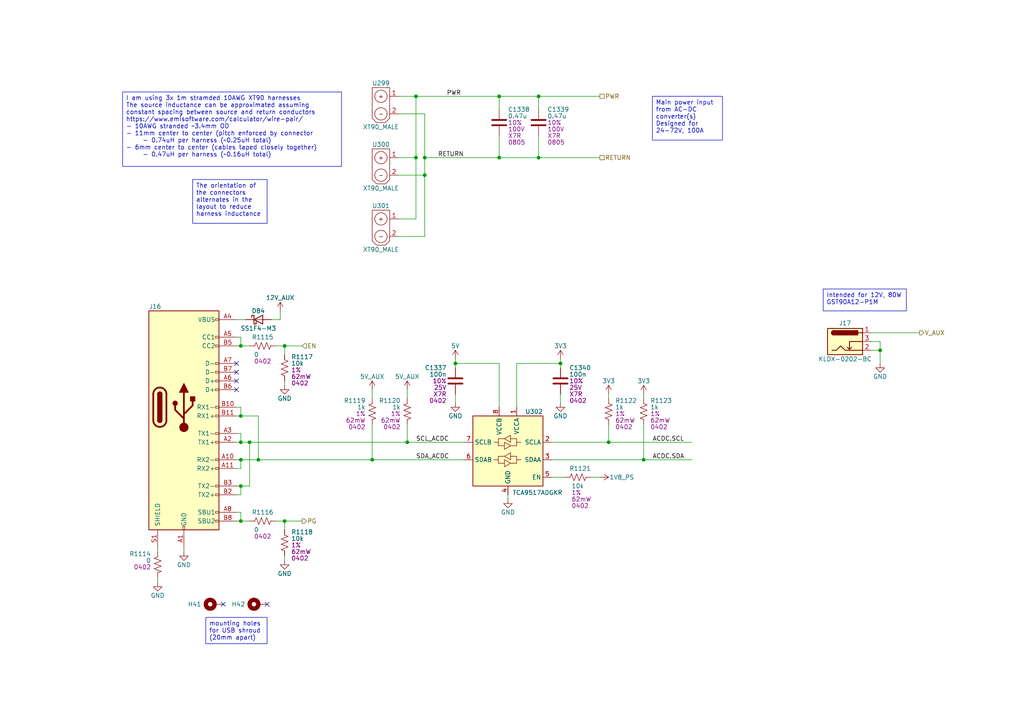
<source format=kicad_sch>
(kicad_sch (version 20250114) (generator "eeschema") (generator_version "9.0")
  (paper "A4")
  (lib_symbols
    (symbol "geml_symbol_lib:MountingHole_Pad" (pin_numbers (hide yes)) (pin_names (offset 1.016) (hide yes))
      (property "Reference" "H" (at 0 6.35 0))
      (property "Value" "MountingHole_Pad" (at 0 4.445 0))
      (symbol "MountingHole_Pad_0_1"
        (circle (center 0 1.27) (radius 1.27) (stroke (width 1.27)))
      )
      (symbol "MountingHole_Pad_1_1"
        (pin input line (at 0 -2.54 90) (length 2.54) (name "1") (number "1"))
      )
    )
    (symbol "peml:+12V" (power) (pin_names (offset 0))
      (property "Value" "+12V" (at 0 3.556 0))
      (symbol "+12V_0_1"
        (polyline (pts (xy -0.762 1.27) (xy 0 2.54)))
        (polyline (pts (xy 0 2.54) (xy 0.762 1.27)))
        (polyline (pts (xy 0 0) (xy 0 2.54)))
      )
      (symbol "+12V_1_1"
        (pin power_in line (at 0 0 90) (length 0) (hide yes) (name "+12V") (number "1"))
      )
    )
    (symbol "peml:CONN_USBC_12401951E412A" (pin_names (offset 1.016))
      (property "Reference" "J" (at -10.16 29.21 0))
      (symbol "CONN_USBC_12401951E412A_0_0"
        (rectangle (start -0.254 -35.56) (end 0.254 -34.544))
        (rectangle (start 10.16 25.654) (end 9.144 25.146))
        (rectangle (start 10.16 20.574) (end 9.144 20.066))
        (rectangle (start 10.16 18.034) (end 9.144 17.526))
        (rectangle (start 10.16 12.954) (end 9.144 12.446))
        (rectangle (start 10.16 10.414) (end 9.144 9.906))
        (rectangle (start 10.16 7.874) (end 9.144 7.366))
        (rectangle (start 10.16 5.334) (end 9.144 4.826))
        (rectangle (start 10.16 0.254) (end 9.144 -0.254))
        (rectangle (start 10.16 -2.286) (end 9.144 -2.794))
        (rectangle (start 10.16 -7.366) (end 9.144 -7.874))
        (rectangle (start 10.16 -9.906) (end 9.144 -10.414))
        (rectangle (start 10.16 -14.986) (end 9.144 -15.494))
        (rectangle (start 10.16 -17.526) (end 9.144 -18.034))
        (rectangle (start 10.16 -22.606) (end 9.144 -23.114))
        (rectangle (start 10.16 -25.146) (end 9.144 -25.654))
        (rectangle (start 10.16 -30.226) (end 9.144 -30.734))
        (rectangle (start 10.16 -32.766) (end 9.144 -33.274))
      )
      (symbol "CONN_USBC_12401951E412A_0_1"
        (rectangle (start -10.16 27.94) (end 10.16 -35.56) (stroke (width 0.254)) (fill (type background)))
        (polyline (pts (xy -8.89 -3.81) (xy -8.89 3.81)) (stroke (width 0.508)))
        (rectangle (start -7.62 -3.81) (end -6.35 3.81) (stroke (width 0.254)) (fill (type outline)))
        (arc (start -7.62 3.81) (mid -6.985 4.4423) (end -6.35 3.81) (stroke (width 0.254)))
        (arc (start -7.62 3.81) (mid -6.985 4.4423) (end -6.35 3.81) (stroke (width 0.254)) (fill (type outline)))
        (arc (start -8.89 3.81) (mid -6.985 5.7067) (end -5.08 3.81) (stroke (width 0.508)))
        (arc (start -5.08 -3.81) (mid -6.985 -5.7067) (end -8.89 -3.81) (stroke (width 0.508)))
        (arc (start -6.35 -3.81) (mid -6.985 -4.4423) (end -7.62 -3.81) (stroke (width 0.254)))
        (arc (start -6.35 -3.81) (mid -6.985 -4.4423) (end -7.62 -3.81) (stroke (width 0.254)) (fill (type outline)))
        (polyline (pts (xy -5.08 3.81) (xy -5.08 -3.81)) (stroke (width 0.508)))
      )
      (symbol "CONN_USBC_12401951E412A_1_1"
        (circle (center -2.54 1.143) (radius 0.635) (stroke (width 0.254)) (fill (type outline)))
        (polyline (pts (xy -1.27 4.318) (xy 0 6.858) (xy 1.27 4.318) (xy -1.27 4.318)) (stroke (width 0.254)) (fill (type outline)))
        (polyline (pts (xy 0 -2.032) (xy 2.54 0.508) (xy 2.54 1.778)) (stroke (width 0.508)))
        (polyline (pts (xy 0 -3.302) (xy -2.54 -0.762) (xy -2.54 0.508)) (stroke (width 0.508)))
        (polyline (pts (xy 0 -5.842) (xy 0 4.318)) (stroke (width 0.508)))
        (circle (center 0 -5.842) (radius 1.27) (fill (type outline)))
        (rectangle (start 1.905 1.778) (end 3.175 3.048) (stroke (width 0.254)) (fill (type outline)))
        (pin passive line (at -7.62 -40.64 90) (length 5.08) (name "SHIELD") (number "S1"))
        (pin passive line (at 0 -40.64 90) (length 5.08) (name "GND") (number "A1"))
        (pin passive line (at 0 -40.64 90) (length 5.08) (hide yes) (name "GND") (number "A12"))
        (pin passive line (at 0 -40.64 90) (length 5.08) (hide yes) (name "GND") (number "B1"))
        (pin passive line (at 0 -40.64 90) (length 5.08) (hide yes) (name "GND") (number "B12"))
        (pin passive line (at 15.24 25.4 180) (length 5.08) (name "VBUS") (number "A4"))
        (pin passive line (at 15.24 25.4 180) (length 5.08) (hide yes) (name "VBUS") (number "A9"))
        (pin passive line (at 15.24 25.4 180) (length 5.08) (hide yes) (name "VBUS") (number "B4"))
        (pin passive line (at 15.24 25.4 180) (length 5.08) (hide yes) (name "VBUS") (number "B9"))
        (pin bidirectional line (at 15.24 20.32 180) (length 5.08) (name "CC1") (number "A5"))
        (pin bidirectional line (at 15.24 17.78 180) (length 5.08) (name "CC2") (number "B5"))
        (pin bidirectional line (at 15.24 12.7 180) (length 5.08) (name "D-") (number "A7"))
        (pin bidirectional line (at 15.24 10.16 180) (length 5.08) (name "D-") (number "B7"))
        (pin bidirectional line (at 15.24 7.62 180) (length 5.08) (name "D+") (number "A6"))
        (pin bidirectional line (at 15.24 5.08 180) (length 5.08) (name "D+") (number "B6"))
        (pin bidirectional line (at 15.24 0 180) (length 5.08) (name "RX1-") (number "B10"))
        (pin bidirectional line (at 15.24 -2.54 180) (length 5.08) (name "RX1+") (number "B11"))
        (pin bidirectional line (at 15.24 -7.62 180) (length 5.08) (name "TX1-") (number "A3"))
        (pin bidirectional line (at 15.24 -10.16 180) (length 5.08) (name "TX1+") (number "A2"))
        (pin bidirectional line (at 15.24 -15.24 180) (length 5.08) (name "RX2-") (number "A10"))
        (pin bidirectional line (at 15.24 -17.78 180) (length 5.08) (name "RX2+") (number "A11"))
        (pin bidirectional line (at 15.24 -22.86 180) (length 5.08) (name "TX2-") (number "B3"))
        (pin bidirectional line (at 15.24 -25.4 180) (length 5.08) (name "TX2+") (number "B2"))
        (pin bidirectional line (at 15.24 -30.48 180) (length 5.08) (name "SBU1") (number "A8"))
        (pin bidirectional line (at 15.24 -33.02 180) (length 5.08) (name "SBU2") (number "B8"))
      )
    )
    (symbol "peml:CONN_XT90_MALE"
      (property "Reference" "U" (at 0 6.35 0))
      (property "Value" "XT90_MALE" (at 0 -6.35 0))
      (symbol "CONN_XT90_MALE_0_1"
        (polyline (pts (xy -2.54 5.08) (xy -2.54 -3.81) (xy -1.27 -5.08) (xy 1.27 -5.08) (xy 2.54 -3.81) (xy 2.54 5.08) (xy -2.54 5.08)))
        (circle (center 0 2.54) (radius 1.7961))
        (circle (center 0 -2.54) (radius 1.7961))
      )
      (symbol "CONN_XT90_MALE_1_1"
        (text "+" (at 0 2.54 0) (effects (font (size 1.27 1.27))))
        (text "-" (at 0 -2.54 0) (effects (font (size 1.27 1.27))))
        (pin passive line (at -5.08 2.54 0) (length 2.54) (name "~") (number "1"))
        (pin passive line (at -5.08 -2.54 0) (length 2.54) (name "~") (number "2"))
      )
    )
    (symbol "peml:GND" (power) (pin_names (offset 0))
      (property "Value" "GND" (at 0 -3.81 0))
      (symbol "GND_0_1"
        (polyline (pts (xy 0 0) (xy 0 -1.27) (xy 1.27 -1.27) (xy 0 -2.54) (xy -1.27 -1.27) (xy 0 -1.27)))
      )
      (symbol "GND_1_1"
        (pin power_in line (at 0 0 270) (length 0) (hide yes) (name "GND") (number "1"))
      )
    )
    (symbol "peml:KLDX-0202-BC" (pin_names (hide yes))
      (property "Reference" "J" (at 0 5.334 0))
      (property "Value" "KLDX-0202-BC" (at 0 -5.08 0))
      (symbol "KLDX-0202-BC_0_1"
        (rectangle (start -5.08 3.81) (end 5.08 -3.81) (stroke (width 0.254)) (fill (type background)))
        (polyline (pts (xy -3.81 -2.54) (xy -2.54 -2.54) (xy -1.27 -1.27) (xy 0 -2.54) (xy 2.54 -2.54) (xy 5.08 -2.54)) (stroke (width 0.254)))
        (arc (start -3.302 1.905) (mid -3.9343 2.54) (end -3.302 3.175) (stroke (width 0.254)))
        (arc (start -3.302 1.905) (mid -3.9343 2.54) (end -3.302 3.175) (stroke (width 0.254)) (fill (type outline)))
        (polyline (pts (xy 1.27 -2.286) (xy 1.905 -1.651)) (stroke (width 0.254)))
        (rectangle (start 3.683 3.175) (end -3.302 1.905) (stroke (width 0.254)) (fill (type outline)))
        (polyline (pts (xy 5.08 2.54) (xy 3.81 2.54)) (stroke (width 0.254)))
        (polyline (pts (xy 5.08 0) (xy 1.27 0) (xy 1.27 -2.286) (xy 0.635 -1.651)) (stroke (width 0.254)))
      )
      (symbol "KLDX-0202-BC_1_1"
        (pin passive line (at 7.62 2.54 180) (length 2.54) (name "~") (number "1"))
        (pin passive line (at 7.62 0 180) (length 2.54) (name "~") (number "3"))
        (pin passive line (at 7.62 -2.54 180) (length 2.54) (name "~") (number "2"))
      )
    )
    (symbol "peml:SS1F4-M3" (pin_numbers (hide yes)) (pin_names (offset 1.016) (hide yes))
      (property "Reference" "D" (at 0 2.54 0))
      (property "Value" "SS1F4-M3" (at 0 -2.54 0))
      (symbol "SS1F4-M3_0_1"
        (polyline (pts (xy -1.905 0.635) (xy -1.905 1.27) (xy -1.27 1.27) (xy -1.27 -1.27) (xy -0.635 -1.27) (xy -0.635 -0.635)) (stroke (width 0.254)))
        (polyline (pts (xy 1.27 1.27) (xy 1.27 -1.27) (xy -1.27 0) (xy 1.27 1.27)) (stroke (width 0.254)))
        (polyline (pts (xy 1.27 0) (xy -1.27 0)))
      )
      (symbol "SS1F4-M3_1_1"
        (pin passive line (at -3.81 0 0) (length 2.54) (name "K") (number "1"))
        (pin passive line (at 3.81 0 180) (length 2.54) (name "A") (number "2"))
      )
    )
    (symbol "peml:TCA9517ADGKR"
      (property "Reference" "U" (at -10.16 11.43 0))
      (property "Value" "TCA9517ADGKR" (at 1.27 -11.43 0))
      (symbol "TCA9517ADGKR_1_1"
        (rectangle (start -10.16 10.16) (end 10.16 -10.16) (stroke (width 0.254)) (fill (type background)))
        (polyline (pts (xy -2.54 2.54) (xy -2.54 3.556) (xy -0.762 3.556)))
        (polyline (pts (xy -2.54 -2.54) (xy -2.54 -1.524) (xy -0.762 -1.524)))
        (polyline (pts (xy -0.762 2.54) (xy -0.762 4.572) (xy 1.016 3.556) (xy -0.762 2.54)))
        (polyline (pts (xy -0.762 1.524) (xy -2.54 1.524) (xy -2.54 2.54) (xy -3.81 2.54)))
        (polyline (pts (xy -0.762 -2.54) (xy -0.762 -0.508) (xy 1.016 -1.524) (xy -0.762 -2.54)))
        (polyline (pts (xy -0.762 -3.556) (xy -2.54 -3.556) (xy -2.54 -2.54) (xy -3.81 -2.54)))
        (polyline (pts (xy 1.016 3.556) (xy 2.794 3.556) (xy 2.794 2.54) (xy 4.064 2.54)))
        (polyline (pts (xy 1.016 2.54) (xy 1.016 0.762) (xy 1.016 0.508) (xy -0.762 1.524) (xy 1.016 2.54)))
        (polyline (pts (xy 1.016 -1.524) (xy 2.794 -1.524) (xy 2.794 -2.54) (xy 4.064 -2.54)))
        (polyline (pts (xy 1.016 -2.54) (xy 1.016 -4.318) (xy 1.016 -4.572) (xy -0.762 -3.556) (xy 1.016 -2.54)))
        (polyline (pts (xy 2.794 2.54) (xy 2.794 1.524) (xy 1.016 1.524)))
        (polyline (pts (xy 2.794 -2.54) (xy 2.794 -3.556) (xy 1.016 -3.556)))
        (pin bidirectional line (at -12.7 2.54 0) (length 2.54) (name "SCLA") (number "2"))
        (pin bidirectional line (at -12.7 -2.54 0) (length 2.54) (name "SDAA") (number "3"))
        (pin passive line (at -12.7 -7.62 0) (length 2.54) (name "EN") (number "5"))
        (pin power_in line (at -2.54 12.7 270) (length 2.54) (name "VCCA") (number "1"))
        (pin power_in line (at 0 -12.7 90) (length 2.54) (name "GND") (number "4"))
        (pin power_in line (at 2.54 12.7 270) (length 2.54) (name "VCCB") (number "8"))
        (pin bidirectional line (at 12.7 2.54 180) (length 2.54) (name "SCLB") (number "7"))
        (pin bidirectional line (at 12.7 -2.54 180) (length 2.54) (name "SDAB") (number "6"))
      )
    )
    (symbol "peml_passives:CRCW04020000Z0EE" (pin_numbers (hide yes)) (pin_names (offset 0))
      (property "Reference" "R" (at 1.905 3.175 0))
      (property "Value" "0" (at 1.905 1.27 0))
      (property "Package" "0402" (at 1.905 -0.635 0))
      (symbol "CRCW04020000Z0EE_0_1"
        (polyline (pts (xy 0 2.286) (xy 0 2.54)))
        (polyline (pts (xy 0 2.286) (xy 1.016 1.905) (xy 0 1.524) (xy -1.016 1.143) (xy 0 0.762)))
        (polyline (pts (xy 0 0.762) (xy 1.016 0.381) (xy 0 0) (xy -1.016 -0.381) (xy 0 -0.762)))
        (polyline (pts (xy 0 -0.762) (xy 1.016 -1.143) (xy 0 -1.524) (xy -1.016 -1.905) (xy 0 -2.286)))
        (polyline (pts (xy 0 -2.286) (xy 0 -2.54)))
      )
      (symbol "CRCW04020000Z0EE_1_1"
        (pin passive line (at 0 3.81 270) (length 1.27) (name "~") (number "1"))
        (pin passive line (at 0 -3.81 90) (length 1.27) (name "~") (number "2"))
      )
    )
    (symbol "peml_passives:CRCW040210K0FKED" (pin_numbers (hide yes)) (pin_names (offset 0))
      (property "Reference" "R" (at 1.905 3.175 0))
      (property "Value" "10k" (at 1.905 1.27 0))
      (property "Tolerance" "1%" (at 1.905 -0.635 0))
      (property "Power" "62mW" (at 1.905 -2.54 0))
      (property "Package" "0402" (at 1.905 -4.445 0))
      (symbol "CRCW040210K0FKED_0_1"
        (polyline (pts (xy 0 2.286) (xy 0 2.54)))
        (polyline (pts (xy 0 2.286) (xy 1.016 1.905) (xy 0 1.524) (xy -1.016 1.143) (xy 0 0.762)))
        (polyline (pts (xy 0 0.762) (xy 1.016 0.381) (xy 0 0) (xy -1.016 -0.381) (xy 0 -0.762)))
        (polyline (pts (xy 0 -0.762) (xy 1.016 -1.143) (xy 0 -1.524) (xy -1.016 -1.905) (xy 0 -2.286)))
        (polyline (pts (xy 0 -2.286) (xy 0 -2.54)))
      )
      (symbol "CRCW040210K0FKED_1_1"
        (pin passive line (at 0 3.81 270) (length 1.27) (name "~") (number "1"))
        (pin passive line (at 0 -3.81 90) (length 1.27) (name "~") (number "2"))
      )
    )
    (symbol "peml_passives:CRCW04021K00FKED" (pin_numbers (hide yes)) (pin_names (offset 0))
      (property "Reference" "R" (at 1.905 3.175 0))
      (property "Value" "1k" (at 1.905 1.27 0))
      (property "Tolerance" "1%" (at 1.905 -0.635 0))
      (property "Power" "62mW" (at 1.905 -2.54 0))
      (property "Package" "0402" (at 1.905 -4.445 0))
      (symbol "CRCW04021K00FKED_0_1"
        (polyline (pts (xy 0 2.286) (xy 0 2.54)))
        (polyline (pts (xy 0 2.286) (xy 1.016 1.905) (xy 0 1.524) (xy -1.016 1.143) (xy 0 0.762)))
        (polyline (pts (xy 0 0.762) (xy 1.016 0.381) (xy 0 0) (xy -1.016 -0.381) (xy 0 -0.762)))
        (polyline (pts (xy 0 -0.762) (xy 1.016 -1.143) (xy 0 -1.524) (xy -1.016 -1.905) (xy 0 -2.286)))
        (polyline (pts (xy 0 -2.286) (xy 0 -2.54)))
      )
      (symbol "CRCW04021K00FKED_1_1"
        (pin passive line (at 0 3.81 270) (length 1.27) (name "~") (number "1"))
        (pin passive line (at 0 -3.81 90) (length 1.27) (name "~") (number "2"))
      )
    )
    (symbol "peml_passives:GRM155R71E104KE14J" (pin_numbers (hide yes)) (pin_names (offset 0.254))
      (property "Reference" "C" (at 2.54 3.81 0))
      (property "Value" "100n" (at 2.54 1.905 0))
      (property "Tolerance" "10%" (at 2.54 0 0))
      (property "Voltage" "25V" (at 2.54 -1.905 0))
      (property "Dielectric" "X7R" (at 2.54 -3.81 0))
      (property "Package" "0402" (at 5.08 -5.715 0))
      (symbol "GRM155R71E104KE14J_0_1"
        (polyline (pts (xy -2.032 0.762) (xy 2.032 0.762)) (stroke (width 0.508)))
        (polyline (pts (xy -2.032 -0.762) (xy 2.032 -0.762)) (stroke (width 0.508)))
      )
      (symbol "GRM155R71E104KE14J_1_1"
        (pin passive line (at 0 3.81 270) (length 2.794) (name "~") (number "1"))
        (pin passive line (at 0 -3.81 90) (length 2.794) (name "~") (number "2"))
      )
    )
    (symbol "peml_passives:GRM21BR72A474KA73L" (pin_numbers (hide yes)) (pin_names (offset 0.254))
      (property "Reference" "C" (at 2.54 3.81 0))
      (property "Value" "0.47u" (at 2.54 1.905 0))
      (property "Tolerance" "10%" (at 2.54 0 0))
      (property "Voltage" "100V" (at 2.54 -1.905 0))
      (property "Dielectric" "X7R" (at 2.54 -3.81 0))
      (property "Package" "0805" (at 5.08 -5.715 0))
      (symbol "GRM21BR72A474KA73L_0_1"
        (polyline (pts (xy -2.032 0.762) (xy 2.032 0.762)) (stroke (width 0.508)))
        (polyline (pts (xy -2.032 -0.762) (xy 2.032 -0.762)) (stroke (width 0.508)))
      )
      (symbol "GRM21BR72A474KA73L_1_1"
        (pin passive line (at 0 3.81 270) (length 2.794) (name "~") (number "1"))
        (pin passive line (at 0 -3.81 90) (length 2.794) (name "~") (number "2"))
      )
    )
  )
  (text_box "The orientation of the connectors alternates in the layout to reduce harness inductance" (at 55.88 52.07 0) (size 21.59 12.7) (margins 0.9525 0.9525 0.9525 0.9525) (effects (font (size 1.27 1.27)) (justify left top)))
  (text_box "I am using 3x 1m stramded 10AWG XT90 harnesses\nThe source inductance can be approximated assuming constant spacing between source and return conductors\nhttps://www.emisoftware.com/calculator/wire-pair/\n- 10AWG stranded ~3.4mm OD\n- 11mm center to center (pitch enforced by connector\n	- 0.74uH per harness (~0.25uH total)\n- 6mm center to center (cables taped closely together)\n	- 0.47uH per harness (~0.16uH total)\n" (at 35.56 26.67 0) (size 63.5 21.59) (margins 0.9525 0.9525 0.9525 0.9525) (effects (font (size 1.27 1.27)) (justify left top)))
  (text_box "Main power input from AC-DC converter(s)\nDesigned for 24-72V, 100A" (at 189.23 27.94 0) (size 20.32 12.7) (margins 0.9525 0.9525 0.9525 0.9525) (effects (font (size 1.27 1.27)) (justify left top)))
  (text_box "Intended for 12V, 80W GST90A12-P1M" (at 238.76 83.82 0) (size 24.13 6.35) (margins 0.9525 0.9525 0.9525 0.9525) (effects (font (size 1.27 1.27)) (justify left top)))
  (text_box "mounting holes for USB shroud (20mm apart)" (at 59.69 179.07 0) (size 17.78 7.62) (margins 0.9525 0.9525 0.9525 0.9525) (effects (font (size 1.27 1.27)) (justify left top)))
  (junction (at 255.27 101.6))
  (junction (at 176.53 128.27))
  (junction (at 69.85 140.97))
  (junction (at 132.08 105.41))
  (junction (at 156.21 45.72))
  (junction (at 123.19 45.72))
  (junction (at 69.85 120.65))
  (junction (at 156.21 27.94))
  (junction (at 144.78 27.94))
  (junction (at 162.56 105.41))
  (junction (at 69.85 100.33))
  (junction (at 72.39 128.27))
  (junction (at 120.65 27.94))
  (junction (at 144.78 45.72))
  (junction (at 69.85 128.27))
  (junction (at 74.93 133.35))
  (junction (at 82.55 100.33))
  (junction (at 123.19 50.8))
  (junction (at 69.85 151.13))
  (junction (at 82.55 151.13))
  (junction (at 118.11 128.27))
  (junction (at 186.69 133.35))
  (junction (at 69.85 133.35))
  (junction (at 120.65 45.72))
  (junction (at 107.95 133.35))
  (no_connect (at 68.58 113.03))
  (no_connect (at 68.58 107.95))
  (no_connect (at 77.47 175.26))
  (no_connect (at 68.58 110.49))
  (no_connect (at 68.58 105.41))
  (no_connect (at 64.77 175.26))
  (wire (pts (xy 118.11 128.27) (xy 72.39 128.27)))
  (wire (pts (xy 123.19 45.72) (xy 144.78 45.72)))
  (wire (pts (xy 144.78 27.94) (xy 144.78 31.75)))
  (wire (pts (xy 156.21 39.37) (xy 156.21 45.72)))
  (wire (pts (xy 80.01 100.33) (xy 82.55 100.33)))
  (wire (pts (xy 144.78 105.41) (xy 144.78 118.11)))
  (wire (pts (xy 68.58 92.71) (xy 71.12 92.71)))
  (wire (pts (xy 132.08 106.68) (xy 132.08 105.41)))
  (wire (pts (xy 68.58 100.33) (xy 69.85 100.33)))
  (wire (pts (xy 132.08 104.14) (xy 132.08 105.41)))
  (wire (pts (xy 115.57 45.72) (xy 120.65 45.72)))
  (wire (pts (xy 120.65 45.72) (xy 120.65 63.5)))
  (wire (pts (xy 171.45 138.43) (xy 173.99 138.43)))
  (wire (pts (xy 82.55 151.13) (xy 82.55 153.67)))
  (wire (pts (xy 82.55 100.33) (xy 82.55 102.87)))
  (wire (pts (xy 115.57 68.58) (xy 123.19 68.58)))
  (wire (pts (xy 255.27 101.6) (xy 255.27 105.41)))
  (wire (pts (xy 69.85 125.73) (xy 69.85 128.27)))
  (wire (pts (xy 68.58 120.65) (xy 69.85 120.65)))
  (wire (pts (xy 68.58 133.35) (xy 69.85 133.35)))
  (wire (pts (xy 176.53 123.19) (xy 176.53 128.27)))
  (wire (pts (xy 69.85 97.79) (xy 69.85 100.33)))
  (wire (pts (xy 144.78 27.94) (xy 156.21 27.94)))
  (wire (pts (xy 176.53 128.27) (xy 200.66 128.27)))
  (wire (pts (xy 186.69 123.19) (xy 186.69 133.35)))
  (wire (pts (xy 120.65 27.94) (xy 144.78 27.94)))
  (wire (pts (xy 132.08 105.41) (xy 144.78 105.41)))
  (wire (pts (xy 123.19 50.8) (xy 123.19 68.58)))
  (wire (pts (xy 186.69 133.35) (xy 200.66 133.35)))
  (wire (pts (xy 120.65 27.94) (xy 120.65 45.72)))
  (wire (pts (xy 68.58 140.97) (xy 69.85 140.97)))
  (wire (pts (xy 118.11 113.03) (xy 118.11 115.57)))
  (wire (pts (xy 144.78 39.37) (xy 144.78 45.72)))
  (wire (pts (xy 72.39 128.27) (xy 72.39 140.97)))
  (wire (pts (xy 68.58 151.13) (xy 69.85 151.13)))
  (wire (pts (xy 68.58 148.59) (xy 69.85 148.59)))
  (wire (pts (xy 149.86 105.41) (xy 149.86 118.11)))
  (wire (pts (xy 156.21 45.72) (xy 173.99 45.72)))
  (wire (pts (xy 107.95 133.35) (xy 134.62 133.35)))
  (wire (pts (xy 69.85 140.97) (xy 72.39 140.97)))
  (wire (pts (xy 68.58 125.73) (xy 69.85 125.73)))
  (wire (pts (xy 78.74 92.71) (xy 81.28 92.71)))
  (wire (pts (xy 156.21 27.94) (xy 156.21 31.75)))
  (wire (pts (xy 80.01 151.13) (xy 82.55 151.13)))
  (wire (pts (xy 118.11 128.27) (xy 134.62 128.27)))
  (wire (pts (xy 160.02 128.27) (xy 176.53 128.27)))
  (wire (pts (xy 162.56 105.41) (xy 149.86 105.41)))
  (wire (pts (xy 69.85 133.35) (xy 69.85 135.89)))
  (wire (pts (xy 69.85 148.59) (xy 69.85 151.13)))
  (wire (pts (xy 82.55 151.13) (xy 87.63 151.13)))
  (wire (pts (xy 123.19 45.72) (xy 123.19 50.8)))
  (wire (pts (xy 132.08 114.3) (xy 132.08 116.84)))
  (wire (pts (xy 81.28 92.71) (xy 81.28 90.17)))
  (wire (pts (xy 252.73 101.6) (xy 255.27 101.6)))
  (wire (pts (xy 144.78 45.72) (xy 156.21 45.72)))
  (wire (pts (xy 69.85 135.89) (xy 68.58 135.89)))
  (wire (pts (xy 45.72 167.64) (xy 45.72 168.91)))
  (wire (pts (xy 68.58 143.51) (xy 69.85 143.51)))
  (wire (pts (xy 115.57 50.8) (xy 123.19 50.8)))
  (wire (pts (xy 123.19 33.02) (xy 123.19 45.72)))
  (wire (pts (xy 162.56 114.3) (xy 162.56 116.84)))
  (wire (pts (xy 74.93 133.35) (xy 107.95 133.35)))
  (wire (pts (xy 45.72 158.75) (xy 45.72 160.02)))
  (wire (pts (xy 252.73 96.52) (xy 266.7 96.52)))
  (wire (pts (xy 107.95 123.19) (xy 107.95 133.35)))
  (wire (pts (xy 162.56 104.14) (xy 162.56 105.41)))
  (wire (pts (xy 147.32 143.51) (xy 147.32 144.78)))
  (wire (pts (xy 68.58 128.27) (xy 69.85 128.27)))
  (wire (pts (xy 69.85 151.13) (xy 72.39 151.13)))
  (wire (pts (xy 162.56 106.68) (xy 162.56 105.41)))
  (wire (pts (xy 115.57 63.5) (xy 120.65 63.5)))
  (wire (pts (xy 82.55 110.49) (xy 82.55 111.76)))
  (wire (pts (xy 118.11 123.19) (xy 118.11 128.27)))
  (wire (pts (xy 53.34 158.75) (xy 53.34 160.02)))
  (wire (pts (xy 160.02 138.43) (xy 163.83 138.43)))
  (wire (pts (xy 69.85 100.33) (xy 72.39 100.33)))
  (wire (pts (xy 115.57 27.94) (xy 120.65 27.94)))
  (wire (pts (xy 68.58 97.79) (xy 69.85 97.79)))
  (wire (pts (xy 69.85 120.65) (xy 74.93 120.65)))
  (wire (pts (xy 252.73 99.06) (xy 255.27 99.06)))
  (wire (pts (xy 69.85 128.27) (xy 72.39 128.27)))
  (wire (pts (xy 74.93 133.35) (xy 69.85 133.35)))
  (wire (pts (xy 160.02 133.35) (xy 186.69 133.35)))
  (wire (pts (xy 82.55 161.29) (xy 82.55 162.56)))
  (wire (pts (xy 74.93 120.65) (xy 74.93 133.35)))
  (wire (pts (xy 156.21 27.94) (xy 173.99 27.94)))
  (wire (pts (xy 69.85 120.65) (xy 69.85 118.11)))
  (wire (pts (xy 176.53 114.3) (xy 176.53 115.57)))
  (wire (pts (xy 69.85 140.97) (xy 69.85 143.51)))
  (wire (pts (xy 186.69 114.3) (xy 186.69 115.57)))
  (wire (pts (xy 255.27 99.06) (xy 255.27 101.6)))
  (wire (pts (xy 68.58 118.11) (xy 69.85 118.11)))
  (wire (pts (xy 107.95 113.03) (xy 107.95 115.57)))
  (wire (pts (xy 115.57 33.02) (xy 123.19 33.02)))
  (wire (pts (xy 82.55 100.33) (xy 87.63 100.33)))
  (label "SDA_ACDC" (at 120.65 133.35 0) (property "Netclass" "TTL" (effects (hide yes))))
  (label "PWR" (at 129.54 27.94 0) (property "Netclass" "POWER_100A" (effects (hide yes))))
  (label "ACDC.SDA" (at 189.23 133.35 0))
  (label "RETURN" (at 127 45.72 0) (property "Netclass" "POWER_100A" (effects (hide yes))))
  (label "SCL_ACDC" (at 120.65 128.27 0) (property "Netclass" "TTL" (effects (hide yes))))
  (label "ACDC.SCL" (at 189.23 128.27 0))
  (hierarchical_label "EN" (shape input) (at 87.63 100.33 0) (property "Netclass" "TTL" (effects (hide yes))))
  (hierarchical_label "PG" (shape output) (at 87.63 151.13 0) (property "Netclass" "TTL" (effects (hide yes))))
  (hierarchical_label "V_AUX" (shape output) (at 266.7 96.52 0) (property "Netclass" "POWER_5A" (effects (hide yes))))
  (hierarchical_label "PWR" (shape passive) (at 173.99 27.94 0) (property "Netclass" "POWER_100A" (effects (hide yes))))
  (hierarchical_label "RETURN" (shape passive) (at 173.99 45.72 0) (property "Netclass" "POWER_100A" (effects (hide yes))))
  (symbol (lib_id "peml:+12V") (at 81.28 90.17 0) (unit 1)
    (property "Reference" "#PWR01889" (effects (hide yes)))
    (property "Value" "12V_AUX" (at 81.28 86.36 0))
    (property "Description" "Power symbol creates a global label with name \"+12V\"" (effects (hide yes)))
  )
  (symbol (lib_id "peml:CONN_USBC_12401951E412A") (at 53.34 118.11 0) (unit 1)
    (property "Reference" "J16" (at 43.18 88.9 0) (effects (justify left)))
    (property "Value" "CONN_USBC_12401951E412A" (effects (hide yes)))
    (property "Footprint" "peml:USB_C_Receptacle_12401951E412A" (effects (hide yes)))
    (property "Datasheet" "https://mm.digikey.com/Volume0/opasdata/d220001/medias/docus/3583/1240951-6.pdf" (effects (hide yes)))
    (property "Description" "USB-C (USB TYPE-C) USB 3.2 Gen 1 Receptacle Connector 24 Position Surface Mount, Through Hole" (effects (hide yes)))
    (property "MFN" "Amphenol ICC" (effects (hide yes)))
    (property "MPN" "12401951E412A " (effects (hide yes)))
    (property "SPN" "664-12401951E412ACT-ND " (effects (hide yes)))
    (property "SPL" "https://www.digikey.com/en/products/detail/amphenol-cs-commercial-products/12401951E412A/13683005 " (effects (hide yes)))
    (property "Package" "THT, SMT vertical" (effects (hide yes)))
  )
  (symbol (lib_id "peml:CONN_XT90_MALE") (at 110.49 30.48 0) (mirror y) (unit 1)
    (property "Reference" "U299" (at 110.49 24.13 0))
    (property "Value" "XT90_MALE" (at 110.49 36.83 0))
    (property "Footprint" "peml:XT90-M_1x02_P11mm_Vertical" (effects (hide yes)))
    (property "Datasheet" "https://www.amazon.com/gp/product/B08P5N29RK" (effects (hide yes)))
    (property "Description" "XT90S Anti-Spark Male Female for RC FPV Lipo Battery" (effects (hide yes)))
    (property "MFN" "Amass " (effects (hide yes)))
    (property "MPN" "B08P5N29RK " (effects (hide yes)))
    (property "SPN" "B08P5N29RK " (effects (hide yes)))
    (property "SPL" "https://www.amazon.com/gp/product/B08P5N29RK " (effects (hide yes)))
    (property "Package" "THT vertical " (effects (hide yes)))
  )
  (symbol (lib_id "peml:GND") (at 45.72 168.91 0) (unit 1)
    (property "Reference" "#PWR01887" (effects (hide yes)))
    (property "Value" "GND" (at 45.72 172.72 0))
    (property "Description" "Power symbol creates a global label with name \"GND\" , ground" (effects (hide yes)))
  )
  (symbol (lib_id "peml_passives:CRCW04020000Z0EE") (at 76.2 151.13 270) (unit 1)
    (property "Reference" "R1116" (at 73.025 148.59 90) (effects (justify left)))
    (property "Value" "0" (at 73.66 153.67 90) (effects (justify left)))
    (property "Footprint" "peml:R_0402_1005Metric" (effects (hide yes)))
    (property "Datasheet" "https://www.vishay.com/docs/20035/dcrcwe3.pdf" (effects (hide yes)))
    (property "Description" "RES 0 0402 1.5A" (effects (hide yes)))
    (property "MFN" "Vishay Dale" (effects (hide yes)))
    (property "MPN" "CRCW04020000Z0EE " (effects (hide yes)))
    (property "SPN" "541-CRCW04020000Z0EECT-ND " (effects (hide yes)))
    (property "SPL" "https://www.digikey.com/en/products/detail/vishay-dale/CRCW04020000Z0EE/5069876 " (effects (hide yes)))
    (property "Package" "0402" (at 73.66 155.575 90) (effects (justify left)))
    (property "JLCPCB" "C2097066" (effects (hide yes)))
  )
  (symbol (lib_id "peml:+12V") (at 162.56 104.14 0) (unit 1)
    (property "Reference" "#PWR01897" (effects (hide yes)))
    (property "Value" "3V3" (at 162.56 100.33 0))
    (property "Description" "Power symbol creates a global label with name \"+12V\"" (effects (hide yes)))
  )
  (symbol (lib_id "peml:GND") (at 82.55 111.76 0) (unit 1)
    (property "Reference" "#PWR01890" (effects (hide yes)))
    (property "Value" "GND" (at 82.55 115.57 0))
    (property "Description" "Power symbol creates a global label with name \"GND\" , ground" (effects (hide yes)))
  )
  (symbol (lib_id "peml:SS1F4-M3") (at 74.93 92.71 0) (unit 1)
    (property "Reference" "D84" (at 74.93 90.17 0))
    (property "Value" "SS1F4-M3" (at 74.93 95.25 0))
    (property "Footprint" "peml:D_SMF" (effects (hide yes)))
    (property "Datasheet" "https://www.vishay.com/docs/87729/ss1f4.pdf" (effects (hide yes)))
    (property "Description" "Diode 40 V 1A Surface Mount DO-219AB (SMF)" (effects (hide yes)))
    (property "MFN" "Vishay" (effects (hide yes)))
    (property "MPN" "SS1F4-M3/H " (effects (hide yes)))
    (property "SPN" "SS1F4-M3/HGICT-ND " (effects (hide yes)))
    (property "SPL" "https://www.digikey.com/en/products/detail/vishay-general-semiconductor-diodes-division/SS1F4-M3-H/5427026 " (effects (hide yes)))
    (property "Package" "DO-219AB" (effects (hide yes)))
    (property "JLCPCB" "C3760148" (effects (hide yes)))
  )
  (symbol (lib_id "geml_symbol_lib:MountingHole_Pad") (at 62.23 175.26 90) (unit 1)
    (property "Reference" "H41" (at 58.42 175.2601 90) (effects (justify left)))
    (property "Value" "MountingHole_Pad" (effects (hide yes)))
    (property "Footprint" "peml:MountingHole_3.2mm_M3_Pad_Via" (effects (hide yes)))
  )
  (symbol (lib_id "peml_passives:CRCW040210K0FKED") (at 82.55 106.68 0) (unit 1)
    (property "Reference" "R1117" (at 84.455 103.505 0) (effects (justify left)))
    (property "Value" "10k" (at 84.455 105.41 0) (effects (justify left)))
    (property "Footprint" "peml:R_0402_1005Metric" (effects (hide yes)))
    (property "Datasheet" "https://www.vishay.com/docs/20035/dcrcwe3.pdf" (effects (hide yes)))
    (property "Description" "RES 10k 1/16W 0402 1% 100ppm/C" (effects (hide yes)))
    (property "MFN" "Vishay Dale" (effects (hide yes)))
    (property "MPN" "CRCW040210K0FKED" (effects (hide yes)))
    (property "SPN" "541-10.0KLCT-ND " (effects (hide yes)))
    (property "SPL" "https://www.digikey.com/en/products/detail/vishay-dale/CRCW040210K0FKED/1178121 " (effects (hide yes)))
    (property "Tolerance" "1%" (at 84.455 107.315 0) (effects (justify left)))
    (property "Power" "62mW" (at 84.455 109.22 0) (effects (justify left)))
    (property "Package" "0402" (at 84.455 111.125 0) (effects (justify left)))
    (property "TC" "100ppm/C" (effects (hide yes)))
    (property "JLCPCB" "C71617" (effects (hide yes)))
  )
  (symbol (lib_id "peml_passives:CRCW04020000Z0EE") (at 45.72 163.83 0) (mirror y) (unit 1)
    (property "Reference" "R1114" (at 43.815 160.655 0) (effects (justify left)))
    (property "Value" "0" (at 43.815 162.56 0) (effects (justify left)))
    (property "Footprint" "peml:R_0402_1005Metric" (effects (hide yes)))
    (property "Datasheet" "https://www.vishay.com/docs/20035/dcrcwe3.pdf" (effects (hide yes)))
    (property "Description" "RES 0 0402 1.5A" (effects (hide yes)))
    (property "MFN" "Vishay Dale" (effects (hide yes)))
    (property "MPN" "CRCW04020000Z0EE " (effects (hide yes)))
    (property "SPN" "541-CRCW04020000Z0EECT-ND " (effects (hide yes)))
    (property "SPL" "https://www.digikey.com/en/products/detail/vishay-dale/CRCW04020000Z0EE/5069876 " (effects (hide yes)))
    (property "Package" "0402" (at 43.815 164.465 0) (effects (justify left)))
    (property "JLCPCB" "C2097066" (effects (hide yes)))
  )
  (symbol (lib_id "peml_passives:CRCW04021K00FKED") (at 176.53 119.38 0) (unit 1)
    (property "Reference" "R1122" (at 178.435 116.205 0) (effects (justify left)))
    (property "Value" "1k" (at 178.435 118.11 0) (effects (justify left)))
    (property "Footprint" "peml:R_0402_1005Metric" (effects (hide yes)))
    (property "Datasheet" "https://www.vishay.com/docs/20035/dcrcwe3.pdf" (effects (hide yes)))
    (property "Description" "RES 1k 1/16W 0402 1% 100ppm/C" (effects (hide yes)))
    (property "MFN" "Vishay Dale" (effects (hide yes)))
    (property "MPN" "CRCW04021K00FKED" (effects (hide yes)))
    (property "SPN" "541-1.00KLCT-ND " (effects (hide yes)))
    (property "SPL" "https://www.digikey.com/en/products/detail/vishay-dale/CRCW04021K00FKED/1178007 " (effects (hide yes)))
    (property "Tolerance" "1%" (at 178.435 120.015 0) (effects (justify left)))
    (property "Power" "62mW" (at 178.435 121.92 0) (effects (justify left)))
    (property "Package" "0402" (at 178.435 123.825 0) (effects (justify left)))
    (property "TC" "100ppm/C" (effects (hide yes)))
    (property "JLCPCB" "C71623" (effects (hide yes)))
  )
  (symbol (lib_id "geml_symbol_lib:MountingHole_Pad") (at 74.93 175.26 90) (unit 1)
    (property "Reference" "H42" (at 71.12 175.2601 90) (effects (justify left)))
    (property "Value" "MountingHole_Pad" (effects (hide yes)))
    (property "Footprint" "peml:MountingHole_3.2mm_M3_Pad_Via" (effects (hide yes)))
  )
  (symbol (lib_id "peml_passives:CRCW04021K00FKED") (at 118.11 119.38 0) (mirror y) (unit 1)
    (property "Reference" "R1120" (at 116.205 116.205 0) (effects (justify left)))
    (property "Value" "1k" (at 116.205 118.11 0) (effects (justify left)))
    (property "Footprint" "peml:R_0402_1005Metric" (effects (hide yes)))
    (property "Datasheet" "https://www.vishay.com/docs/20035/dcrcwe3.pdf" (effects (hide yes)))
    (property "Description" "RES 1k 1/16W 0402 1% 100ppm/C" (effects (hide yes)))
    (property "MFN" "Vishay Dale" (effects (hide yes)))
    (property "MPN" "CRCW04021K00FKED" (effects (hide yes)))
    (property "SPN" "541-1.00KLCT-ND " (effects (hide yes)))
    (property "SPL" "https://www.digikey.com/en/products/detail/vishay-dale/CRCW04021K00FKED/1178007 " (effects (hide yes)))
    (property "Tolerance" "1%" (at 116.205 120.015 0) (effects (justify left)))
    (property "Power" "62mW" (at 116.205 121.92 0) (effects (justify left)))
    (property "Package" "0402" (at 116.205 123.825 0) (effects (justify left)))
    (property "TC" "100ppm/C" (effects (hide yes)))
    (property "JLCPCB" "C71623" (effects (hide yes)))
  )
  (symbol (lib_id "peml:+12V") (at 186.69 114.3 0) (unit 1)
    (property "Reference" "#PWR01901" (effects (hide yes)))
    (property "Value" "3V3" (at 186.69 110.49 0))
    (property "Description" "Power symbol creates a global label with name \"+12V\"" (effects (hide yes)))
  )
  (symbol (lib_id "peml_passives:CRCW04021K00FKED") (at 107.95 119.38 0) (mirror y) (unit 1)
    (property "Reference" "R1119" (at 106.045 116.205 0) (effects (justify left)))
    (property "Value" "1k" (at 106.045 118.11 0) (effects (justify left)))
    (property "Footprint" "peml:R_0402_1005Metric" (effects (hide yes)))
    (property "Datasheet" "https://www.vishay.com/docs/20035/dcrcwe3.pdf" (effects (hide yes)))
    (property "Description" "RES 1k 1/16W 0402 1% 100ppm/C" (effects (hide yes)))
    (property "MFN" "Vishay Dale" (effects (hide yes)))
    (property "MPN" "CRCW04021K00FKED" (effects (hide yes)))
    (property "SPN" "541-1.00KLCT-ND " (effects (hide yes)))
    (property "SPL" "https://www.digikey.com/en/products/detail/vishay-dale/CRCW04021K00FKED/1178007 " (effects (hide yes)))
    (property "Tolerance" "1%" (at 106.045 120.015 0) (effects (justify left)))
    (property "Power" "62mW" (at 106.045 121.92 0) (effects (justify left)))
    (property "Package" "0402" (at 106.045 123.825 0) (effects (justify left)))
    (property "TC" "100ppm/C" (effects (hide yes)))
    (property "JLCPCB" "C71623" (effects (hide yes)))
  )
  (symbol (lib_id "peml:GND") (at 162.56 116.84 0) (mirror y) (unit 1)
    (property "Reference" "#PWR01898" (effects (hide yes)))
    (property "Value" "GND" (at 162.56 120.65 0))
    (property "Description" "Power symbol creates a global label with name \"GND\" , ground" (effects (hide yes)))
  )
  (symbol (lib_id "peml_passives:CRCW040210K0FKED") (at 167.64 138.43 270) (unit 1)
    (property "Reference" "R1121" (at 165.1 135.89 90) (effects (justify left)))
    (property "Value" "10k" (at 165.735 140.97 90) (effects (justify left)))
    (property "Footprint" "peml:R_0402_1005Metric" (effects (hide yes)))
    (property "Datasheet" "https://www.vishay.com/docs/20035/dcrcwe3.pdf" (effects (hide yes)))
    (property "Description" "RES 10k 1/16W 0402 1% 100ppm/C" (effects (hide yes)))
    (property "MFN" "Vishay Dale" (effects (hide yes)))
    (property "MPN" "CRCW040210K0FKED" (effects (hide yes)))
    (property "SPN" "541-10.0KLCT-ND " (effects (hide yes)))
    (property "SPL" "https://www.digikey.com/en/products/detail/vishay-dale/CRCW040210K0FKED/1178121 " (effects (hide yes)))
    (property "Tolerance" "1%" (at 165.735 142.875 90) (effects (justify left)))
    (property "Power" "62mW" (at 165.735 144.78 90) (effects (justify left)))
    (property "Package" "0402" (at 165.735 146.685 90) (effects (justify left)))
    (property "TC" "100ppm/C" (effects (hide yes)))
    (property "JLCPCB" "C71617" (effects (hide yes)))
  )
  (symbol (lib_id "peml_passives:CRCW04021K00FKED") (at 186.69 119.38 0) (unit 1)
    (property "Reference" "R1123" (at 188.595 116.205 0) (effects (justify left)))
    (property "Value" "1k" (at 188.595 118.11 0) (effects (justify left)))
    (property "Footprint" "peml:R_0402_1005Metric" (effects (hide yes)))
    (property "Datasheet" "https://www.vishay.com/docs/20035/dcrcwe3.pdf" (effects (hide yes)))
    (property "Description" "RES 1k 1/16W 0402 1% 100ppm/C" (effects (hide yes)))
    (property "MFN" "Vishay Dale" (effects (hide yes)))
    (property "MPN" "CRCW04021K00FKED" (effects (hide yes)))
    (property "SPN" "541-1.00KLCT-ND " (effects (hide yes)))
    (property "SPL" "https://www.digikey.com/en/products/detail/vishay-dale/CRCW04021K00FKED/1178007 " (effects (hide yes)))
    (property "Tolerance" "1%" (at 188.595 120.015 0) (effects (justify left)))
    (property "Power" "62mW" (at 188.595 121.92 0) (effects (justify left)))
    (property "Package" "0402" (at 188.595 123.825 0) (effects (justify left)))
    (property "TC" "100ppm/C" (effects (hide yes)))
    (property "JLCPCB" "C71623" (effects (hide yes)))
  )
  (symbol (lib_id "peml_passives:CRCW040210K0FKED") (at 82.55 157.48 0) (unit 1)
    (property "Reference" "R1118" (at 84.455 154.305 0) (effects (justify left)))
    (property "Value" "10k" (at 84.455 156.21 0) (effects (justify left)))
    (property "Footprint" "peml:R_0402_1005Metric" (effects (hide yes)))
    (property "Datasheet" "https://www.vishay.com/docs/20035/dcrcwe3.pdf" (effects (hide yes)))
    (property "Description" "RES 10k 1/16W 0402 1% 100ppm/C" (effects (hide yes)))
    (property "MFN" "Vishay Dale" (effects (hide yes)))
    (property "MPN" "CRCW040210K0FKED" (effects (hide yes)))
    (property "SPN" "541-10.0KLCT-ND " (effects (hide yes)))
    (property "SPL" "https://www.digikey.com/en/products/detail/vishay-dale/CRCW040210K0FKED/1178121 " (effects (hide yes)))
    (property "Tolerance" "1%" (at 84.455 158.115 0) (effects (justify left)))
    (property "Power" "62mW" (at 84.455 160.02 0) (effects (justify left)))
    (property "Package" "0402" (at 84.455 161.925 0) (effects (justify left)))
    (property "TC" "100ppm/C" (effects (hide yes)))
    (property "JLCPCB" "C71617" (effects (hide yes)))
  )
  (symbol (lib_id "peml_passives:GRM21BR72A474KA73L") (at 144.78 35.56 0) (unit 1)
    (property "Reference" "C1338" (at 147.32 31.75 0) (effects (justify left)))
    (property "Value" "0.47u" (at 147.32 33.655 0) (effects (justify left)))
    (property "Footprint" "peml:C_0805_2012Metric" (effects (hide yes)))
    (property "Datasheet" "https://search.murata.co.jp/Ceramy/image/img/A01X/G101/ENG/GRM21BR72A474KA73-01.pdf" (effects (hide yes)))
    (property "Description" "CAP CER 0.47u 100V X7R 0805 10%" (effects (hide yes)))
    (property "MFN" "Murata" (effects (hide yes)))
    (property "MPN" "GRM21BR72A474KA73L" (effects (hide yes)))
    (property "SPN" "490-3326-1-ND " (effects (hide yes)))
    (property "SPL" "https://www.digikey.com/en/products/detail/murata-electronics/GRM21BR72A474KA73L/702590 " (effects (hide yes)))
    (property "Tolerance" "10%" (at 147.32 35.56 0) (effects (justify left)))
    (property "Voltage" "100V" (at 147.32 37.465 0) (effects (justify left)))
    (property "Dielectric" "X7R" (at 147.32 39.37 0) (effects (justify left)))
    (property "Package" "0805" (at 149.86 41.275 0))
    (property "JLCPCB" "C97926" (effects (hide yes)))
  )
  (symbol (lib_id "peml:CONN_XT90_MALE") (at 110.49 48.26 0) (mirror y) (unit 1)
    (property "Reference" "U300" (at 110.49 41.91 0))
    (property "Value" "XT90_MALE" (at 110.49 54.61 0))
    (property "Footprint" "peml:XT90-M_1x02_P11mm_Vertical" (effects (hide yes)))
    (property "Datasheet" "https://www.amazon.com/gp/product/B08P5N29RK" (effects (hide yes)))
    (property "Description" "XT90S Anti-Spark Male Female for RC FPV Lipo Battery" (effects (hide yes)))
    (property "MFN" "Amass " (effects (hide yes)))
    (property "MPN" "B08P5N29RK " (effects (hide yes)))
    (property "SPN" "B08P5N29RK " (effects (hide yes)))
    (property "SPL" "https://www.amazon.com/gp/product/B08P5N29RK " (effects (hide yes)))
    (property "Package" "THT vertical " (effects (hide yes)))
  )
  (symbol (lib_id "peml:GND") (at 82.55 162.56 0) (unit 1)
    (property "Reference" "#PWR01891" (effects (hide yes)))
    (property "Value" "GND" (at 82.55 166.37 0))
    (property "Description" "Power symbol creates a global label with name \"GND\" , ground" (effects (hide yes)))
  )
  (symbol (lib_id "peml:TCA9517ADGKR") (at 147.32 130.81 0) (mirror y) (unit 1)
    (property "Reference" "U302" (at 157.48 119.38 0) (effects (justify left)))
    (property "Value" "TCA9517ADGKR" (at 163.195 142.875 0) (effects (justify left)))
    (property "Footprint" "peml:VSSOP-8_3.0x3.0mm_P0.65mm" (effects (hide yes)))
    (property "Datasheet" "https://www.ti.com/lit/ds/symlink/tca9517a.pdf" (effects (hide yes)))
    (property "Description" "Level-Translating I2C Bus Buffer/Repeater, VSSOP-8" (effects (hide yes)))
    (property "MFN" "Texas Instruments " (effects (hide yes)))
    (property "MPN" "TCA9517ADGKR " (effects (hide yes)))
    (property "SPN" "296-39220-1-ND " (effects (hide yes)))
    (property "SPL" "https://www.digikey.com/en/products/detail/texas-instruments/TCA9517ADGKR/4162317 " (effects (hide yes)))
    (property "Package" "8-VSSOP " (effects (hide yes)))
    (property "JLCPCB" "C201698" (effects (hide yes)))
  )
  (symbol (lib_id "peml:GND") (at 255.27 105.41 0) (unit 1)
    (property "Reference" "#PWR01902" (effects (hide yes)))
    (property "Value" "GND" (at 255.27 109.22 0))
    (property "Description" "Power symbol creates a global label with name \"GND\" , ground" (effects (hide yes)))
  )
  (symbol (lib_id "peml:GND") (at 53.34 160.02 0) (unit 1)
    (property "Reference" "#PWR01888" (effects (hide yes)))
    (property "Value" "GND" (at 53.34 163.83 0))
    (property "Description" "Power symbol creates a global label with name \"GND\" , ground" (effects (hide yes)))
  )
  (symbol (lib_id "peml:+12V") (at 173.99 138.43 270) (unit 1)
    (property "Reference" "#PWR01899" (effects (hide yes)))
    (property "Value" "1V8_PS" (at 180.34 138.43 90))
    (property "Description" "Power symbol creates a global label with name \"+12V\"" (effects (hide yes)))
  )
  (symbol (lib_id "peml:KLDX-0202-BC") (at 245.11 99.06 0) (unit 1)
    (property "Reference" "J17" (at 245.11 93.726 0))
    (property "Value" "KLDX-0202-BC" (at 245.11 104.14 0))
    (property "Footprint" "peml:BarrelJack_Kycon_KLDX-0202-xC_Horizontal" (effects (hide yes)))
    (property "Datasheet" "https://www.kycon.com/Catalog_PDF/KLDX_0202.pdf" (effects (hide yes)))
    (property "Description" "Power Barrel Connector Jack 2.50mm ID (0.098\"), 5.50mm OD (0.217\") Through Hole, Right Angle" (effects (hide yes)))
    (property "MFN" "Kycon, Inc. " (effects (hide yes)))
    (property "MPN" "KLDX-0202-BC " (effects (hide yes)))
    (property "SPN" "2092-KLDX-0202-BC-ND " (effects (hide yes)))
    (property "SPL" "https://www.digikey.com/en/products/detail/kycon-inc/KLDX-0202-BC/9990097 " (effects (hide yes)))
    (property "Package" "THT Nonstandard " (effects (hide yes)))
  )
  (symbol (lib_id "peml:GND") (at 132.08 116.84 0) (unit 1)
    (property "Reference" "#PWR01895" (effects (hide yes)))
    (property "Value" "GND" (at 132.08 120.65 0))
    (property "Description" "Power symbol creates a global label with name \"GND\" , ground" (effects (hide yes)))
  )
  (symbol (lib_id "peml:+12V") (at 132.08 104.14 0) (unit 1)
    (property "Reference" "#PWR01894" (effects (hide yes)))
    (property "Value" "5V" (at 132.08 100.33 0))
    (property "Description" "Power symbol creates a global label with name \"+12V\"" (effects (hide yes)))
  )
  (symbol (lib_id "peml_passives:CRCW04020000Z0EE") (at 76.2 100.33 270) (unit 1)
    (property "Reference" "R1115" (at 73.025 97.79 90) (effects (justify left)))
    (property "Value" "0" (at 73.66 102.87 90) (effects (justify left)))
    (property "Footprint" "peml:R_0402_1005Metric" (effects (hide yes)))
    (property "Datasheet" "https://www.vishay.com/docs/20035/dcrcwe3.pdf" (effects (hide yes)))
    (property "Description" "RES 0 0402 1.5A" (effects (hide yes)))
    (property "MFN" "Vishay Dale" (effects (hide yes)))
    (property "MPN" "CRCW04020000Z0EE " (effects (hide yes)))
    (property "SPN" "541-CRCW04020000Z0EECT-ND " (effects (hide yes)))
    (property "SPL" "https://www.digikey.com/en/products/detail/vishay-dale/CRCW04020000Z0EE/5069876 " (effects (hide yes)))
    (property "Package" "0402" (at 73.66 104.775 90) (effects (justify left)))
    (property "JLCPCB" "C2097066" (effects (hide yes)))
  )
  (symbol (lib_id "peml_passives:GRM21BR72A474KA73L") (at 156.21 35.56 0) (unit 1)
    (property "Reference" "C1339" (at 158.75 31.75 0) (effects (justify left)))
    (property "Value" "0.47u" (at 158.75 33.655 0) (effects (justify left)))
    (property "Footprint" "peml:C_0805_2012Metric" (effects (hide yes)))
    (property "Datasheet" "https://search.murata.co.jp/Ceramy/image/img/A01X/G101/ENG/GRM21BR72A474KA73-01.pdf" (effects (hide yes)))
    (property "Description" "CAP CER 0.47u 100V X7R 0805 10%" (effects (hide yes)))
    (property "MFN" "Murata" (effects (hide yes)))
    (property "MPN" "GRM21BR72A474KA73L" (effects (hide yes)))
    (property "SPN" "490-3326-1-ND " (effects (hide yes)))
    (property "SPL" "https://www.digikey.com/en/products/detail/murata-electronics/GRM21BR72A474KA73L/702590 " (effects (hide yes)))
    (property "Tolerance" "10%" (at 158.75 35.56 0) (effects (justify left)))
    (property "Voltage" "100V" (at 158.75 37.465 0) (effects (justify left)))
    (property "Dielectric" "X7R" (at 158.75 39.37 0) (effects (justify left)))
    (property "Package" "0805" (at 161.29 41.275 0))
    (property "JLCPCB" "C97926" (effects (hide yes)))
  )
  (symbol (lib_id "peml:GND") (at 147.32 144.78 0) (unit 1)
    (property "Reference" "#PWR01896" (effects (hide yes)))
    (property "Value" "GND" (at 147.32 148.59 0))
    (property "Description" "Power symbol creates a global label with name \"GND\" , ground" (effects (hide yes)))
  )
  (symbol (lib_id "peml:+12V") (at 176.53 114.3 0) (unit 1)
    (property "Reference" "#PWR01900" (effects (hide yes)))
    (property "Value" "3V3" (at 176.53 110.49 0))
    (property "Description" "Power symbol creates a global label with name \"+12V\"" (effects (hide yes)))
  )
  (symbol (lib_id "peml_passives:GRM155R71E104KE14J") (at 132.08 110.49 0) (mirror y) (unit 1)
    (property "Reference" "C1337" (at 129.54 106.68 0) (effects (justify left)))
    (property "Value" "100n" (at 129.54 108.585 0) (effects (justify left)))
    (property "Footprint" "peml:C_0402_1005Metric" (effects (hide yes)))
    (property "Datasheet" "https://search.murata.co.jp/Ceramy/image/img/A01X/G101/ENG/GRM155R71E104KE14-01.pdf" (effects (hide yes)))
    (property "Description" "CAP CER 100n 25V X7R 0402 10%" (effects (hide yes)))
    (property "MFN" "Murata" (effects (hide yes)))
    (property "MPN" "GRM155R71E104KE14J" (effects (hide yes)))
    (property "SPN" "490-14603-1-ND" (effects (hide yes)))
    (property "SPL" "https://www.digikey.com/en/products/detail/murata-electronics/GRM155R71E104KE14J/4905174" (effects (hide yes)))
    (property "Tolerance" "10%" (at 129.54 110.49 0) (effects (justify left)))
    (property "Voltage" "25V" (at 129.54 112.395 0) (effects (justify left)))
    (property "Dielectric" "X7R" (at 129.54 114.3 0) (effects (justify left)))
    (property "Package" "0402" (at 127 116.205 0))
    (property "JLCPCB" "C2168305" (effects (hide yes)))
  )
  (symbol (lib_id "peml_passives:GRM155R71E104KE14J") (at 162.56 110.49 0) (unit 1)
    (property "Reference" "C1340" (at 165.1 106.68 0) (effects (justify left)))
    (property "Value" "100n" (at 165.1 108.585 0) (effects (justify left)))
    (property "Footprint" "peml:C_0402_1005Metric" (effects (hide yes)))
    (property "Datasheet" "https://search.murata.co.jp/Ceramy/image/img/A01X/G101/ENG/GRM155R71E104KE14-01.pdf" (effects (hide yes)))
    (property "Description" "CAP CER 100n 25V X7R 0402 10%" (effects (hide yes)))
    (property "MFN" "Murata" (effects (hide yes)))
    (property "MPN" "GRM155R71E104KE14J" (effects (hide yes)))
    (property "SPN" "490-14603-1-ND" (effects (hide yes)))
    (property "SPL" "https://www.digikey.com/en/products/detail/murata-electronics/GRM155R71E104KE14J/4905174" (effects (hide yes)))
    (property "Tolerance" "10%" (at 165.1 110.49 0) (effects (justify left)))
    (property "Voltage" "25V" (at 165.1 112.395 0) (effects (justify left)))
    (property "Dielectric" "X7R" (at 165.1 114.3 0) (effects (justify left)))
    (property "Package" "0402" (at 167.64 116.205 0))
    (property "JLCPCB" "C2168305" (effects (hide yes)))
  )
  (symbol (lib_id "peml:+12V") (at 118.11 113.03 0) (unit 1)
    (property "Reference" "#PWR01893" (effects (hide yes)))
    (property "Value" "5V_AUX" (at 118.11 109.22 0))
    (property "Description" "Power symbol creates a global label with name \"+12V\"" (effects (hide yes)))
  )
  (symbol (lib_id "peml:CONN_XT90_MALE") (at 110.49 66.04 0) (mirror y) (unit 1)
    (property "Reference" "U301" (at 110.49 59.69 0))
    (property "Value" "XT90_MALE" (at 110.49 72.39 0))
    (property "Footprint" "peml:XT90-M_1x02_P11mm_Vertical" (effects (hide yes)))
    (property "Datasheet" "https://www.amazon.com/gp/product/B08P5N29RK" (effects (hide yes)))
    (property "Description" "XT90S Anti-Spark Male Female for RC FPV Lipo Battery" (effects (hide yes)))
    (property "MFN" "Amass " (effects (hide yes)))
    (property "MPN" "B08P5N29RK " (effects (hide yes)))
    (property "SPN" "B08P5N29RK " (effects (hide yes)))
    (property "SPL" "https://www.amazon.com/gp/product/B08P5N29RK " (effects (hide yes)))
    (property "Package" "THT vertical " (effects (hide yes)))
  )
  (symbol (lib_id "peml:+12V") (at 107.95 113.03 0) (unit 1)
    (property "Reference" "#PWR01892" (effects (hide yes)))
    (property "Value" "5V_AUX" (at 107.95 109.22 0))
    (property "Description" "Power symbol creates a global label with name \"+12V\"" (effects (hide yes)))
  )
)
</source>
